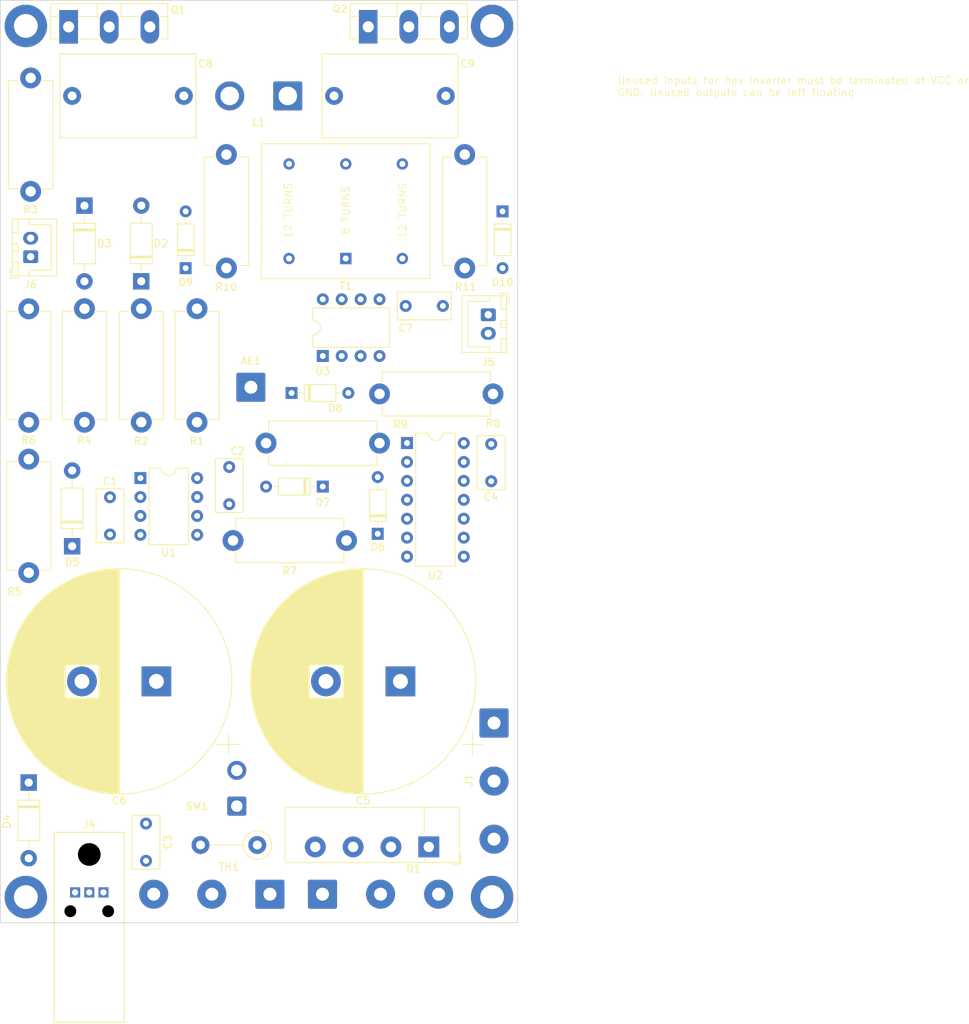
<source format=kicad_pcb>
(kicad_pcb (version 20240108) (generator "pcbnew") (generator_version "8.0")
  (layers (0 "F.Cu" signal) (31 "B.Cu" signal) (34 "B.Paste" user) (35 "F.Paste" user) (36 "B.SilkS" user "B.Silkscreen") (37 "F.SilkS" user "F.Silkscreen") (38 "B.Mask" user) (39 "F.Mask" user) (44 "Edge.Cuts" user))
  (net 0 "")
  (net 1 "Net-(AE1-A)")
  (net 2 "GND")
  (net 3 "Net-(U1-TR)")
  (net 4 "+5V")
  (net 5 "/HV+")
  (net 6 "Net-(SW1-B)")
  (net 7 "/HV-")
  (net 8 "Net-(U3-OUTB)")
  (net 9 "Net-(T1-AB)")
  (net 10 "Net-(C8-Pad2)")
  (net 11 "Net-(D1-Pad3)")
  (net 12 "Net-(J1-Pin_1)")
  (net 13 "Net-(D2-A)")
  (net 14 "Net-(D2-K)")
  (net 15 "Net-(D3-A)")
  (net 16 "Net-(D3-K)")
  (net 17 "Net-(D4-A)")
  (net 18 "Net-(D4-K)")
  (net 19 "Net-(D5-A)")
  (net 20 "Net-(D6-K)")
  (net 21 "Net-(D6-A)")
  (net 22 "Net-(D9-A)")
  (net 23 "Net-(D9-K)")
  (net 24 "Net-(J1-Pin_3)")
  (net 25 "+12V")
  (net 26 "Net-(Q1-E)")
  (net 27 "Net-(U1-THR)")
  (net 28 "Net-(U3-ENBA)")
  (net 29 "Net-(T1-AA)")
  (net 31 "Net-(D10-A)")
  (net 32 "Net-(D10-K)")
  (net 33 "Net-(R8-Pad1)")
  (net 34 "Net-(R8-Pad2)")
  (footprint "Connector_Wire:SolderWire-0.75sqmm_1x02_P4.8mm_D1.25mm_OD2.3mm" (layer "F.Cu") (at 131.318 139.052 90)
    (property "Reference" "SW1" (at -0.023 -5.344 0) (layer "F.SilkS"))
    (property "Value" "SW_SPST" (hide yes))
    (pad "1" thru_hole roundrect (at 0 0 90) (size 2.55 2.55) (drill 1.55) (layers "*.Cu" "*.Mask") (roundrect_rratio 0.098039) (net 12 "Net-(J1-Pin_1)"))
    (pad "2" thru_hole circle (at 4.8 0 90) (size 2.55 2.55) (drill 1.55) (layers "*.Cu" "*.Mask") (net 6 "Net-(SW1-B)"))
  )
  (footprint "Capacitor_THT:C_Rect_L7.0mm_W3.5mm_P5.00mm" (layer "F.Cu") (at 119.126 146.391 90)
    (property "Reference" "C3" (at 2.5 2.921 90) (layer "F.SilkS"))
    (property "Value" "100nF" (hide yes))
    (pad "1" thru_hole circle (at 0 0 90) (size 1.6 1.6) (drill 0.8) (layers "*.Cu" "*.Mask") (net 4 "+5V"))
    (pad "2" thru_hole circle (at 5 0 90) (size 1.6 1.6) (drill 0.8) (layers "*.Cu" "*.Mask") (net 2 "GND"))
  )
  (footprint "Connector_JST:JST_XH_B2B-XH-A_1x02_P2.50mm_Vertical" (layer "F.Cu") (at 103.632 65.288 90)
    (property "Reference" "J6" (at -3.713 -0.01 0) (layer "F.SilkS"))
    (property "Value" "Conn_01x02" (hide yes))
    (pad "1" thru_hole roundrect (at 0 0 90) (size 1.7 2) (drill 1) (layers "*.Cu" "*.Mask") (roundrect_rratio 0.147059) (net 25 "+12V"))
    (pad "2" thru_hole oval (at 2.5 0 90) (size 1.7 2) (drill 1) (layers "*.Cu" "*.Mask") (net 2 "GND"))
  )
  (footprint "Package_DIP:DIP-14_W7.62mm" (layer "F.Cu") (at 154.178 90.302)
    (property "Reference" "U2" (at 3.81 17.78 0) (layer "F.SilkS"))
    (property "Value" "CD74HCT14E" (hide yes))
    (pad "1" thru_hole rect (at 0 0) (size 1.6 1.6) (drill 0.8) (layers "*.Cu" "*.Mask") (net 34 "Net-(R8-Pad2)"))
    (pad "2" thru_hole oval (at 0 2.54) (size 1.6 1.6) (drill 0.8) (layers "*.Cu" "*.Mask") (net 33 "Net-(R8-Pad1)"))
    (pad "3" thru_hole oval (at 0 5.08) (size 1.6 1.6) (drill 0.8) (layers "*.Cu" "*.Mask") (net 33 "Net-(R8-Pad1)"))
    (pad "4" thru_hole oval (at 0 7.62) (size 1.6 1.6) (drill 0.8) (layers "*.Cu" "*.Mask") (net 21 "Net-(D6-A)"))
    (pad "5" thru_hole oval (at 0 10.16) (size 1.6 1.6) (drill 0.8) (layers "*.Cu" "*.Mask"))
    (pad "6" thru_hole oval (at 0 12.7) (size 1.6 1.6) (drill 0.8) (layers "*.Cu" "*.Mask"))
    (pad "7" thru_hole oval (at 0 15.24) (size 1.6 1.6) (drill 0.8) (layers "*.Cu" "*.Mask") (net 2 "GND"))
    (pad "8" thru_hole oval (at 7.62 15.24) (size 1.6 1.6) (drill 0.8) (layers "*.Cu" "*.Mask"))
    (pad "9" thru_hole oval (at 7.62 12.7) (size 1.6 1.6) (drill 0.8) (layers "*.Cu" "*.Mask"))
    (pad "10" thru_hole oval (at 7.62 10.16) (size 1.6 1.6) (drill 0.8) (layers "*.Cu" "*.Mask"))
    (pad "11" thru_hole oval (at 7.62 7.62) (size 1.6 1.6) (drill 0.8) (layers "*.Cu" "*.Mask"))
    (pad "12" thru_hole oval (at 7.62 5.08) (size 1.6 1.6) (drill 0.8) (layers "*.Cu" "*.Mask"))
    (pad "13" thru_hole oval (at 7.62 2.54) (size 1.6 1.6) (drill 0.8) (layers "*.Cu" "*.Mask"))
    (pad "14" thru_hole oval (at 7.62 0) (size 1.6 1.6) (drill 0.8) (layers "*.Cu" "*.Mask") (net 4 "+5V"))
  )
  (footprint "Connector_Wire:SolderWire-1sqmm_1x03_P7.8mm_D1.4mm_OD3.9mm" (layer "F.Cu") (at 135.763 150.876 180)
    (property "Reference" "J2" (hide yes))
    (property "Value" "Conn_01x03" (hide yes))
    (pad "1" thru_hole roundrect (at 0 0 180) (size 3.9 3.9) (drill 1.75) (layers "*.Cu" "*.Mask") (roundrect_rratio 0.064103) (net 12 "Net-(J1-Pin_1)"))
    (pad "2" thru_hole circle (at 7.8 0 180) (size 3.9 3.9) (drill 1.75) (layers "*.Cu" "*.Mask") (net 2 "GND"))
    (pad "3" thru_hole circle (at 15.6 0 180) (size 3.9 3.9) (drill 1.75) (layers "*.Cu" "*.Mask") (net 24 "Net-(J1-Pin_3)"))
  )
  (footprint "Resistor_THT:R_Axial_DIN0614_L14.3mm_D5.7mm_P15.24mm_Horizontal" (layer "F.Cu") (at 165.725 83.703 180)
    (property "Reference" "R8" (at 0 -3.937 0) (layer "F.SilkS"))
    (property "Value" "1M" (hide yes))
    (pad "1" thru_hole circle (at 0 0 180) (size 2.8 2.8) (drill 1.4) (layers "*.Cu" "*.Mask") (net 33 "Net-(R8-Pad1)"))
    (pad "2" thru_hole oval (at 15.24 0 180) (size 2.8 2.8) (drill 1.4) (layers "*.Cu" "*.Mask") (net 34 "Net-(R8-Pad2)"))
  )
  (footprint "Connector_JST:JST_XH_B2B-XH-A_1x02_P2.50mm_Vertical" (layer "F.Cu") (at 165.09 73.075 -90)
    (property "Reference" "J5" (at 6.35 0 0) (layer "F.SilkS"))
    (property "Value" "Conn_01x02" (hide yes))
    (pad "1" thru_hole roundrect (at 0 0 270) (size 1.7 2) (drill 1) (layers "*.Cu" "*.Mask") (roundrect_rratio 0.147059) (net 25 "+12V"))
    (pad "2" thru_hole oval (at 2.5 0 270) (size 1.7 2) (drill 1) (layers "*.Cu" "*.Mask") (net 2 "GND"))
  )
  (footprint "Package_DIP:DIP-8_W7.62mm" (layer "F.Cu") (at 118.374 95.006)
    (property "Reference" "U1" (at 3.81 10.023 0) (layer "F.SilkS"))
    (property "Value" "NE555P" (hide yes))
    (pad "1" thru_hole rect (at 0 0) (size 1.6 1.6) (drill 0.8) (layers "*.Cu" "*.Mask") (net 2 "GND"))
    (pad "2" thru_hole oval (at 0 2.54) (size 1.6 1.6) (drill 0.8) (layers "*.Cu" "*.Mask") (net 3 "Net-(U1-TR)"))
    (pad "3" thru_hole oval (at 0 5.08) (size 1.6 1.6) (drill 0.8) (layers "*.Cu" "*.Mask") (net 19 "Net-(D5-A)"))
    (pad "4" thru_hole oval (at 0 7.62) (size 1.6 1.6) (drill 0.8) (layers "*.Cu" "*.Mask") (net 25 "+12V"))
    (pad "5" thru_hole oval (at 7.62 7.62) (size 1.6 1.6) (drill 0.8) (layers "*.Cu" "*.Mask"))
    (pad "6" thru_hole oval (at 7.62 5.08) (size 1.6 1.6) (drill 0.8) (layers "*.Cu" "*.Mask") (net 27 "Net-(U1-THR)"))
    (pad "7" thru_hole oval (at 7.62 2.54) (size 1.6 1.6) (drill 0.8) (layers "*.Cu" "*.Mask") (net 2 "GND"))
    (pad "8" thru_hole oval (at 7.62 0) (size 1.6 1.6) (drill 0.8) (layers "*.Cu" "*.Mask") (net 25 "+12V"))
  )
  (footprint "Resistor_THT:R_Axial_DIN0614_L14.3mm_D5.7mm_P15.24mm_Horizontal" (layer "F.Cu") (at 150.485 90.307 180)
    (property "Reference" "R9" (at -2.794 2.54 0) (layer "F.SilkS"))
    (property "Value" "1k" (hide yes))
    (pad "1" thru_hole circle (at 0 0 180) (size 2.8 2.8) (drill 1.4) (layers "*.Cu" "*.Mask") (net 34 "Net-(R8-Pad2)"))
    (pad "2" thru_hole oval (at 15.24 0 180) (size 2.8 2.8) (drill 1.4) (layers "*.Cu" "*.Mask") (net 1 "Net-(AE1-A)"))
  )
  (footprint "Resistor_THT:R_Axial_DIN0614_L14.3mm_D5.7mm_P15.24mm_Horizontal" (layer "F.Cu") (at 103.378 107.706 90)
    (property "Reference" "R5" (at -2.54 -1.905 0) (layer "F.SilkS"))
    (property "Value" "5k" (hide yes))
    (pad "1" thru_hole circle (at 0 0 90) (size 2.8 2.8) (drill 1.4) (layers "*.Cu" "*.Mask") (net 18 "Net-(D4-K)"))
    (pad "2" thru_hole oval (at 15.24 0 90) (size 2.8 2.8) (drill 1.4) (layers "*.Cu" "*.Mask") (net 28 "Net-(U3-ENBA)"))
  )
  (footprint "Connector_Wire:SolderWire-1sqmm_1x03_P7.8mm_D1.4mm_OD3.9mm" (layer "F.Cu") (at 142.822 150.876)
    (property "Reference" "J3" (hide yes))
    (property "Value" "Conn_01x03" (hide yes))
    (pad "1" thru_hole roundrect (at 0 0) (size 3.9 3.9) (drill 1.75) (layers "*.Cu" "*.Mask") (roundrect_rratio 0.064103) (net 4 "+5V"))
    (pad "2" thru_hole circle (at 7.8 0) (size 3.9 3.9) (drill 1.75) (layers "*.Cu" "*.Mask") (net 2 "GND"))
    (pad "3" thru_hole circle (at 15.6 0) (size 3.9 3.9) (drill 1.75) (layers "*.Cu" "*.Mask") (net 25 "+12V"))
  )
  (footprint "MountingHole:MountingHole_3.2mm_M3_ISO7380_Pad_TopBottom" (layer "F.Cu") (at 165.608 34.29 180)
    (property "Reference" "H3" (hide yes))
    (property "Value" "MountingHole" (hide yes))
    (pad "1" thru_hole circle (at 0 0 180) (size 3.6 3.6) (drill 3.2) (layers "*.Cu" "*.Mask"))
    (pad "1" connect circle (at 0 0 180) (size 5.7 5.7) (layers "F.Cu" "F.Mask"))
    (pad "1" connect circle (at 0 0 180) (size 5.7 5.7) (layers "B.Cu" "B.Mask"))
  )
  (footprint "Resistor_THT:R_Axial_DIN0614_L14.3mm_D5.7mm_P15.24mm_Horizontal" (layer "F.Cu") (at 130.81 103.388)
    (property "Reference" "R7" (at 7.62 4.064 0) (layer "F.SilkS"))
    (property "Value" "150" (hide yes))
    (pad "1" thru_hole circle (at 0 0) (size 2.8 2.8) (drill 1.4) (layers "*.Cu" "*.Mask") (net 2 "GND"))
    (pad "2" thru_hole oval (at 15.24 0) (size 2.8 2.8) (drill 1.4) (layers "*.Cu" "*.Mask") (net 20 "Net-(D6-K)"))
  )
  (footprint "MountingHole:MountingHole_3.2mm_M3_ISO7380_Pad_TopBottom" (layer "F.Cu") (at 165.598 151.267 180)
    (property "Reference" "H1" (hide yes))
    (property "Value" "MountingHole" (hide yes))
    (pad "1" thru_hole circle (at 0 0 180) (size 3.6 3.6) (drill 3.2) (layers "*.Cu" "*.Mask"))
    (pad "1" connect circle (at 0 0 180) (size 5.7 5.7) (layers "F.Cu" "F.Mask"))
    (pad "1" connect circle (at 0 0 180) (size 5.7 5.7) (layers "B.Cu" "B.Mask"))
  )
  (footprint "Capacitor_THT:C_Rect_L7.0mm_W3.5mm_P5.00mm" (layer "F.Cu") (at 114.29 97.576 -90)
    (property "Reference" "C1" (at -2.159 0 0) (layer "F.SilkS"))
    (property "Value" "0.33uF" (hide yes))
    (pad "1" thru_hole circle (at 0 0 270) (size 1.6 1.6) (drill 0.8) (layers "*.Cu" "*.Mask") (net 3 "Net-(U1-TR)"))
    (pad "2" thru_hole circle (at 5 0 270) (size 1.6 1.6) (drill 0.8) (layers "*.Cu" "*.Mask") (net 2 "GND"))
  )
  (footprint "MountingHole:MountingHole_3.2mm_M3_ISO7380_Pad_TopBottom" (layer "F.Cu") (at 102.987 151.267 180)
    (property "Reference" "H2" (hide yes))
    (property "Value" "MountingHole" (hide yes))
    (pad "1" thru_hole circle (at 0 0 180) (size 3.6 3.6) (drill 3.2) (layers "*.Cu" "*.Mask"))
    (pad "1" connect circle (at 0 0 180) (size 5.7 5.7) (layers "F.Cu" "F.Mask"))
    (pad "1" connect circle (at 0 0 180) (size 5.7 5.7) (layers "B.Cu" "B.Mask"))
  )
  (footprint "Package_DIP:DIP-8_W7.62mm" (layer "F.Cu") (at 142.865 78.613 90)
    (property "Reference" "U3" (at -2.042 -0.01 0) (layer "F.SilkS"))
    (property "Value" "UCC27425" (hide yes))
    (pad "1" thru_hole rect (at 0 0 90) (size 1.6 1.6) (drill 0.8) (layers "*.Cu" "*.Mask") (net 28 "Net-(U3-ENBA)"))
    (pad "2" thru_hole oval (at 0 2.54 90) (size 1.6 1.6) (drill 0.8) (layers "*.Cu" "*.Mask") (net 21 "Net-(D6-A)"))
    (pad "3" thru_hole oval (at 0 5.08 90) (size 1.6 1.6) (drill 0.8) (layers "*.Cu" "*.Mask") (net 2 "GND"))
    (pad "4" thru_hole oval (at 0 7.62 90) (size 1.6 1.6) (drill 0.8) (layers "*.Cu" "*.Mask") (net 21 "Net-(D6-A)"))
    (pad "5" thru_hole oval (at 7.62 7.62 90) (size 1.6 1.6) (drill 0.8) (layers "*.Cu" "*.Mask") (net 8 "Net-(U3-OUTB)"))
    (pad "6" thru_hole oval (at 7.62 5.08 90) (size 1.6 1.6) (drill 0.8) (layers "*.Cu" "*.Mask") (net 25 "+12V"))
    (pad "7" thru_hole oval (at 7.62 2.54 90) (size 1.6 1.6) (drill 0.8) (layers "*.Cu" "*.Mask") (net 29 "Net-(T1-AA)"))
    (pad "8" thru_hole oval (at 7.62 0 90) (size 1.6 1.6) (drill 0.8) (layers "*.Cu" "*.Mask") (net 28 "Net-(U3-ENBA)"))
  )
  (footprint "Diode_THT:D_DO-35_SOD27_P7.62mm_Horizontal" (layer "F.Cu") (at 150.241 102.489 90)
    (property "Reference" "D6" (at -1.788 -0.01 0) (layer "F.SilkS"))
    (property "Value" "LED" (hide yes))
    (pad "1" thru_hole rect (at 0 0 90) (size 1.6 1.6) (drill 0.8) (layers "*.Cu" "*.Mask") (net 20 "Net-(D6-K)"))
    (pad "2" thru_hole oval (at 7.62 0 90) (size 1.6 1.6) (drill 0.8) (layers "*.Cu" "*.Mask") (net 21 "Net-(D6-A)"))
  )
  (footprint "MountingHole:MountingHole_3.2mm_M3_ISO7380_Pad_TopBottom" (layer "F.Cu") (at 102.987 34.29 180)
    (property "Reference" "H4" (hide yes))
    (property "Value" "MountingHole" (hide yes))
    (pad "1" thru_hole circle (at 0 0 180) (size 3.6 3.6) (drill 3.2) (layers "*.Cu" "*.Mask"))
    (pad "1" connect circle (at 0 0 180) (size 5.7 5.7) (layers "F.Cu" "F.Mask"))
    (pad "1" connect circle (at 0 0 180) (size 5.7 5.7) (layers "B.Cu" "B.Mask"))
  )
  (footprint "Diode_THT:D_DO-35_SOD27_P7.62mm_Horizontal" (layer "F.Cu") (at 124.45 66.812 90)
    (property "Reference" "D9" (at -1.905 0 0) (layer "F.SilkS"))
    (property "Value" "1N4148" (hide yes))
    (pad "1" thru_hole rect (at 0 0 90) (size 1.6 1.6) (drill 0.8) (layers "*.Cu" "*.Mask") (net 23 "Net-(D9-K)"))
    (pad "2" thru_hole oval (at 7.62 0 90) (size 1.6 1.6) (drill 0.8) (layers "*.Cu" "*.Mask") (net 22 "Net-(D9-A)"))
  )
  (footprint "Resistor_THT:R_Axial_DIN0614_L14.3mm_D5.7mm_P15.24mm_Horizontal" (layer "F.Cu") (at 103.632 41.275 -90)
    (property "Reference" "R3" (at 17.663 0.01 0) (layer "F.SilkS"))
    (property "Value" "50k" (hide yes))
    (pad "1" thru_hole circle (at 0 0 270) (size 2.8 2.8) (drill 1.4) (layers "*.Cu" "*.Mask") (net 13 "Net-(D2-A)"))
    (pad "2" thru_hole oval (at 15.24 0 270) (size 2.8 2.8) (drill 1.4) (layers "*.Cu" "*.Mask") (net 16 "Net-(D3-K)"))
  )
  (footprint "Diode_THT:D_DO-35_SOD27_P7.62mm_Horizontal" (layer "F.Cu") (at 167.005 59.192 -90)
    (property "Reference" "D10" (at 9.525 0 0) (layer "F.SilkS"))
    (property "Value" "1N4148" (hide yes))
    (pad "1" thru_hole rect (at 0 0 270) (size 1.6 1.6) (drill 0.8) (layers "*.Cu" "*.Mask") (net 32 "Net-(D10-K)"))
    (pad "2" thru_hole oval (at 7.62 0 270) (size 1.6 1.6) (drill 0.8) (layers "*.Cu" "*.Mask") (net 31 "Net-(D10-A)"))
  )
  (footprint "Capacitor_THT:CP_Radial_D30.0mm_P10.00mm_SnapIn" (layer "F.Cu") (at 153.289 122.301 180)
    (property "Reference" "C5" (at 5 -16.002 0) (layer "F.SilkS"))
    (property "Value" "1000uF" (hide yes))
    (pad "1" thru_hole rect (at 0 0 180) (size 4 4) (drill 2) (layers "*.Cu" "*.Mask") (net 5 "/HV+"))
    (pad "2" thru_hole circle (at 10 0 180) (size 4 4) (drill 2) (layers "*.Cu" "*.Mask") (net 6 "Net-(SW1-B)"))
  )
  (footprint "Resistor_THT:R_Axial_DIN0614_L14.3mm_D5.7mm_P15.24mm_Horizontal" (layer "F.Cu") (at 118.491 87.493 90)
    (property "Reference" "R2" (at -2.55 -0.01 0) (layer "F.SilkS"))
    (property "Value" "2M" (hide yes))
    (pad "1" thru_hole circle (at 0 0 90) (size 2.8 2.8) (drill 1.4) (layers "*.Cu" "*.Mask") (net 19 "Net-(D5-A)"))
    (pad "2" thru_hole oval (at 15.24 0 90) (size 2.8 2.8) (drill 1.4) (layers "*.Cu" "*.Mask") (net 14 "Net-(D2-K)"))
  )
  (footprint "Capacitor_THT:C_Rect_L18.0mm_W11.0mm_P15.00mm_FKS3_FKP3" (layer "F.Cu") (at 109.206 43.688)
    (property "Reference" "C8" (at 17.911 -4.318 0) (layer "F.SilkS"))
    (property "Value" "820nF" (hide yes))
    (pad "1" thru_hole circle (at 0 0) (size 2.4 2.4) (drill 1.2) (layers "*.Cu" "*.Mask") (net 5 "/HV+"))
    (pad "2" thru_hole circle (at 15 0) (size 2.4 2.4) (drill 1.2) (layers "*.Cu" "*.Mask") (net 10 "Net-(C8-Pad2)"))
  )
  (footprint "Resistor_THT:R_Axial_DIN0614_L14.3mm_D5.7mm_P15.24mm_Horizontal" (layer "F.Cu") (at 110.861 87.503 90)
    (property "Reference" "R4" (at -2.423 0 0) (layer "F.SilkS"))
    (property "Value" "50k" (hide yes))
    (pad "1" thru_hole circle (at 0 0 90) (size 2.8 2.8) (drill 1.4) (layers "*.Cu" "*.Mask") (net 19 "Net-(D5-A)"))
    (pad "2" thru_hole oval (at 15.24 0 90) (size 2.8 2.8) (drill 1.4) (layers "*.Cu" "*.Mask") (net 15 "Net-(D3-A)"))
  )
  (footprint "Connector_Wire:SolderWire-1sqmm_1x01_D1.4mm_OD3.9mm" (layer "F.Cu") (at 133.213 82.814 90)
    (property "Reference" "AE1" (at 3.556 0 0) (layer "F.SilkS"))
    (property "Value" "Antenna" (hide yes))
    (pad "1" thru_hole roundrect (at 0 0 90) (size 3.9 3.9) (drill 1.75) (layers "*.Cu" "*.Mask") (roundrect_rratio 0.064103) (net 1 "Net-(AE1-A)"))
  )
  (footprint "Diode_THT:D_DO-41_SOD81_P10.16mm_Horizontal" (layer "F.Cu") (at 118.491 68.58 90)
    (property "Reference" "D2" (at 5.08 2.657 0) (layer "F.SilkS"))
    (property "Value" "1N4007" (hide yes))
    (pad "1" thru_hole rect (at 0 0 90) (size 2.2 2.2) (drill 1.1) (layers "*.Cu" "*.Mask") (net 14 "Net-(D2-K)"))
    (pad "2" thru_hole oval (at 10.16 0 90) (size 2.2 2.2) (drill 1.1) (layers "*.Cu" "*.Mask") (net 13 "Net-(D2-A)"))
  )
  (footprint "Package_TO_SOT_THT:TO-3P-3_Vertical" (layer "F.Cu") (at 148.971 34.411)
    (property "Reference" "Q2" (at -3.81 -2.413 0) (layer "F.SilkS"))
    (property "Value" "FGA60N65SMD" (hide yes))
    (pad "1" thru_hole rect (at 0 0) (size 2.5 4.5) (drill 1.5) (layers "*.Cu" "*.Mask") (net 31 "Net-(D10-A)"))
    (pad "2" thru_hole oval (at 5.45 0) (size 2.5 4.5) (drill 1.5) (layers "*.Cu" "*.Mask") (net 26 "Net-(Q1-E)"))
    (pad "3" thru_hole oval (at 10.9 0) (size 2.5 4.5) (drill 1.5) (layers "*.Cu" "*.Mask") (net 7 "/HV-"))
  )
  (footprint "Diode_THT:D_DO-41_SOD81_P10.16mm_Horizontal" (layer "F.Cu") (at 109.21 104.15 90)
    (property "Reference" "D5" (at -2.149 0.01 0) (layer "F.SilkS"))
    (property "Value" "1N5819" (hide yes))
    (pad "1" thru_hole rect (at 0 0 90) (size 2.2 2.2) (drill 1.1) (layers "*.Cu" "*.Mask") (net 18 "Net-(D4-K)"))
    (pad "2" thru_hole oval (at 10.16 0 90) (size 2.2 2.2) (drill 1.1) (layers "*.Cu" "*.Mask") (net 19 "Net-(D5-A)"))
  )
  (footprint "Diode_THT:D_DO-41_SOD81_P10.16mm_Horizontal" (layer "F.Cu") (at 103.378 135.89 -90)
    (property "Reference" "D4" (at 5.217 2.931 90) (layer "F.SilkS"))
    (property "Value" "1N5819" (hide yes))
    (pad "1" thru_hole rect (at 0 0 270) (size 2.2 2.2) (drill 1.1) (layers "*.Cu" "*.Mask") (net 18 "Net-(D4-K)"))
    (pad "2" thru_hole oval (at 10.16 0 270) (size 2.2 2.2) (drill 1.1) (layers "*.Cu" "*.Mask") (net 17 "Net-(D4-A)"))
  )
  (footprint "Diode_THT:Diode_Bridge_Vishay_KBU" (layer "F.Cu") (at 157.099 144.526 180)
    (property "Reference" "D1" (at 2.042 -2.931 0) (layer "F.SilkS"))
    (property "Value" "KBU1010" (hide yes))
    (pad "1" thru_hole rect (at 0 0 180) (size 2.8 2.8) (drill 1.4) (layers "*.Cu" "*.Mask") (net 5 "/HV+"))
    (pad "2" thru_hole circle (at 5.08 0 180) (size 2.8 2.8) (drill 1.4) (layers "*.Cu" "*.Mask") (net 12 "Net-(J1-Pin_1)"))
    (pad "3" thru_hole circle (at 10.16 0 180) (size 2.8 2.8) (drill 1.4) (layers "*.Cu" "*.Mask") (net 11 "Net-(D1-Pad3)"))
    (pad "4" thru_hole circle (at 15.24 0 180) (size 2.8 2.8) (drill 1.4) (layers "*.Cu" "*.Mask") (net 7 "/HV-"))
  )
  (footprint "Resistor_THT:R_Axial_DIN0614_L14.3mm_D5.7mm_P15.24mm_Horizontal" (layer "F.Cu") (at 161.925 51.562 -90)
    (property "Reference" "R11" (at 17.78 -0.127 0) (layer "F.SilkS"))
    (property "Value" "6.8" (hide yes))
    (pad "1" thru_hole circle (at 0 0 270) (size 2.8 2.8) (drill 1.4) (layers "*.Cu" "*.Mask") (net 32 "Net-(D10-K)"))
    (pad "2" thru_hole oval (at 15.24 0 270) (size 2.8 2.8) (drill 1.4) (layers "*.Cu" "*.Mask") (net 31 "Net-(D10-A)"))
  )
  (footprint "Transformer_THT:Transformer_NF_ETAL_P3324" (layer "F.Cu") (at 145.951 65.522 -90)
    (property "Reference" "T1" (at 3.683 0.018 0) (layer "F.SilkS"))
    (property "Value" "Transformer_1P_2S" (hide yes))
    (pad "1" thru_hole rect (at 0 0 270) (size 1.52 1.52) (drill 0.81) (layers "*.Cu" "*.Mask") (net 29 "Net-(T1-AA)"))
    (pad "2" thru_hole circle (at -12.7 0 270) (size 1.52 1.52) (drill 0.81) (layers "*.Cu" "*.Mask") (net 9 "Net-(T1-AB)"))
    (pad "3" thru_hole circle (at 0 7.62 270) (size 1.52 1.52) (drill 0.81) (layers "*.Cu" "*.Mask") (net 23 "Net-(D9-K)"))
    (pad "4" thru_hole circle (at -12.7 7.62 270) (size 1.52 1.52) (drill 0.81) (layers "*.Cu" "*.Mask") (net 26 "Net-(Q1-E)"))
    (pad "5" thru_hole circle (at 0 -7.6 270) (size 1.52 1.52) (drill 0.81) (layers "*.Cu" "*.Mask") (net 32 "Net-(D10-K)"))
    (pad "6" thru_hole circle (at -12.7 -7.6 270) (size 1.52 1.52) (drill 0.81) (layers "*.Cu" "*.Mask") (net 7 "/HV-"))
  )
  (footprint "Resistor_THT:R_Axial_DIN0614_L14.3mm_D5.7mm_P15.24mm_Horizontal" (layer "F.Cu") (at 129.921 66.802 90)
    (property "Reference" "R10" (at -2.54 -0.01 0) (layer "F.SilkS"))
    (property "Value" "6.8" (hide yes))
    (pad "1" thru_hole circle (at 0 0 90) (size 2.8 2.8) (drill 1.4) (layers "*.Cu" "*.Mask") (net 23 "Net-(D9-K)"))
    (pad "2" thru_hole oval (at 15.24 0 90) (size 2.8 2.8) (drill 1.4) (layers "*.Cu" "*.Mask") (net 22 "Net-(D9-A)"))
  )
  (footprint "Diode_THT:D_DO-35_SOD27_P7.62mm_Horizontal" (layer "F.Cu") (at 142.865 96.149 180)
    (property "Reference" "D7" (at 0 -2.12 0) (layer "F.SilkS"))
    (property "Value" "1N4148" (hide yes))
    (pad "1" thru_hole rect (at 0 0 180) (size 1.6 1.6) (drill 0.8) (layers "*.Cu" "*.Mask") (net 4 "+5V"))
    (pad "2" thru_hole oval (at 7.62 0 180) (size 1.6 1.6) (drill 0.8) (layers "*.Cu" "*.Mask") (net 1 "Net-(AE1-A)"))
  )
  (footprint "Diode_THT:D_DO-35_SOD27_P7.62mm_Horizontal" (layer "F.Cu") (at 138.674 83.576)
    (property "Reference" "D8" (at 5.842 2.032 0) (layer "F.SilkS"))
    (property "Value" "1N4148" (hide yes))
    (pad "1" thru_hole rect (at 0 0) (size 1.6 1.6) (drill 0.8) (layers "*.Cu" "*.Mask") (net 1 "Net-(AE1-A)"))
    (pad "2" thru_hole oval (at 7.62 0) (size 1.6 1.6) (drill 0.8) (layers "*.Cu" "*.Mask") (net 2 "GND"))
  )
  (footprint "Capacitor_THT:C_Rect_L18.0mm_W11.0mm_P15.00mm_FKS3_FKP3" (layer "F.Cu") (at 144.385 43.688)
    (property "Reference" "C9" (at 17.921 -4.318 0) (layer "F.SilkS"))
    (property "Value" "820nF" (hide yes))
    (pad "1" thru_hole circle (at 0 0) (size 2.4 2.4) (drill 1.2) (layers "*.Cu" "*.Mask") (net 10 "Net-(C8-Pad2)"))
    (pad "2" thru_hole circle (at 15 0) (size 2.4 2.4) (drill 1.2) (layers "*.Cu" "*.Mask") (net 7 "/HV-"))
  )
  (footprint "Capacitor_THT:CP_Radial_D30.0mm_P10.00mm_SnapIn" (layer "F.Cu") (at 120.523 122.301 180)
    (property "Reference" "C6" (at 5 -16.002 0) (layer "F.SilkS"))
    (property "Value" "1000uF" (hide yes))
    (pad "1" thru_hole rect (at 0 0 180) (size 4 4) (drill 2) (layers "*.Cu" "*.Mask") (net 6 "Net-(SW1-B)"))
    (pad "2" thru_hole circle (at 10 0 180) (size 4 4) (drill 2) (layers "*.Cu" "*.Mask") (net 7 "/HV-"))
  )
  (footprint "Resistor_THT:R_Axial_DIN0411_L9.9mm_D3.6mm_P7.62mm_Vertical" (layer "F.Cu") (at 134.066 144.272 180)
    (property "Reference" "TH1" (at 3.81 -2.92 0) (layer "F.SilkS"))
    (property "Value" "Thermistor" (hide yes))
    (pad "1" thru_hole circle (at 0 0 180) (size 2.4 2.4) (drill 1.2) (layers "*.Cu" "*.Mask") (net 11 "Net-(D1-Pad3)"))
    (pad "2" thru_hole oval (at 7.62 0 180) (size 2.4 2.4) (drill 1.2) (layers "*.Cu" "*.Mask") (net 24 "Net-(J1-Pin_3)"))
  )
  (footprint "Capacitor_THT:C_Rect_L7.0mm_W3.5mm_P5.00mm" (layer "F.Cu") (at 165.481 90.429 -90)
    (property "Reference" "C4" (at 7.117 0.01 0) (layer "F.SilkS"))
    (property "Value" "100nF" (hide yes))
    (pad "1" thru_hole circle (at 0 0 270) (size 1.6 1.6) (drill 0.8) (layers "*.Cu" "*.Mask") (net 4 "+5V"))
    (pad "2" thru_hole circle (at 5 0 270) (size 1.6 1.6) (drill 0.8) (layers "*.Cu" "*.Mask") (net 2 "GND"))
  )
  (footprint "Resistor_THT:R_Axial_DIN0614_L14.3mm_D5.7mm_P15.24mm_Horizontal" (layer "F.Cu") (at 125.974 87.503 90)
    (property "Reference" "R1" (at -2.54 0 0) (layer "F.SilkS"))
    (property "Value" "2.2k" (hide yes))
    (pad "1" thru_hole circle (at 0 0 90) (size 2.8 2.8) (drill 1.4) (layers "*.Cu" "*.Mask") (net 27 "Net-(U1-THR)"))
    (pad "2" thru_hole oval (at 15.24 0 90) (size 2.8 2.8) (drill 1.4) (layers "*.Cu" "*.Mask") (net 13 "Net-(D2-A)"))
  )
  (footprint "Resistor_THT:R_Axial_DIN0614_L14.3mm_D5.7mm_P15.24mm_Horizontal" (layer "F.Cu") (at 103.378 72.273 -90)
    (property "Reference" "R6" (at 17.653 0.01 0) (layer "F.SilkS"))
    (property "Value" "1k" (hide yes))
    (pad "1" thru_hole circle (at 0 0 270) (size 2.8 2.8) (drill 1.4) (layers "*.Cu" "*.Mask") (net 2 "GND"))
    (pad "2" thru_hole oval (at 15.24 0 270) (size 2.8 2.8) (drill 1.4) (layers "*.Cu" "*.Mask") (net 28 "Net-(U3-ENBA)"))
  )
  (footprint "IF-D95T:IF-D95T_IFB" (layer "F.Cu") (at 111.506 150.6347)
    (property "Reference" "J4" (at -0.01 -9.1467 0) (layer "F.SilkS"))
    (property "Value" "IF-D95T" (hide yes))
    (pad "" np_thru_hole circle (at -2.54 2.5273) (size 1.6 1.6) (drill 1.6) (layers "*.Mask"))
    (pad "" np_thru_hole circle (at 0 -5.0927) (size 3.05 3.05) (drill 3.05) (layers "*.Mask"))
    (pad "" np_thru_hole circle (at 2.54 2.5273) (size 1.6 1.6) (drill 1.6) (layers "*.Mask"))
    (pad "1" thru_hole rect (at -1.905 0) (size 1.3462 1.3462) (drill 0.8382) (layers "*.Cu" "*.Mask") (net 2 "GND"))
    (pad "2" thru_hole rect (at 0 0) (size 1.3462 1.3462) (drill 0.8382) (layers "*.Cu" "*.Mask") (net 17 "Net-(D4-A)"))
    (pad "3" thru_hole rect (at 1.905 0) (size 1.3462 1.3462) (drill 0.8382) (layers "*.Cu" "*.Mask") (net 4 "+5V"))
  )
  (footprint "Capacitor_THT:C_Rect_L7.0mm_W3.5mm_P5.00mm" (layer "F.Cu") (at 130.302 93.512 -90)
    (property "Reference" "C2" (at -2.149 -1.133 0) (layer "F.SilkS"))
    (property "Value" "100nF" (hide yes))
    (pad "1" thru_hole circle (at 0 0 270) (size 1.6 1.6) (drill 0.8) (layers "*.Cu" "*.Mask") (net 25 "+12V"))
    (pad "2" thru_hole circle (at 5 0 270) (size 1.6 1.6) (drill 0.8) (layers "*.Cu" "*.Mask") (net 2 "GND"))
  )
  (footprint "Connector_Wire:SolderWire-1sqmm_1x03_P7.8mm_D1.4mm_OD3.9mm" (layer "F.Cu") (at 165.862 127.889 -90)
    (property "Reference" "J1" (at 7.673 3.429 90) (layer "F.SilkS"))
    (property "Value" "Conn_01x03" (hide yes))
    (pad "1" thru_hole roundrect (at 0 0 270) (size 3.9 3.9) (drill 1.75) (layers "*.Cu" "*.Mask") (roundrect_rratio 0.064103) (net 12 "Net-(J1-Pin_1)"))
    (pad "2" thru_hole circle (at 7.8 0 270) (size 3.9 3.9) (drill 1.75) (layers "*.Cu" "*.Mask") (net 2 "GND"))
    (pad "3" thru_hole circle (at 15.6 0 270) (size 3.9 3.9) (drill 1.75) (layers "*.Cu" "*.Mask") (net 24 "Net-(J1-Pin_3)"))
  )
  (footprint "Package_TO_SOT_THT:TO-3P-3_Vertical" (layer "F.Cu") (at 108.734 34.417)
    (property "Reference" "Q1" (at 14.71 -2.286 0) (layer "F.SilkS"))
    (property "Value" "FGA60N65SMD" (hide yes))
    (pad "1" thru_hole rect (at 0 0) (size 2.5 4.5) (drill 1.5) (layers "*.Cu" "*.Mask") (net 22 "Net-(D9-A)"))
    (pad "2" thru_hole oval (at 5.45 0) (size 2.5 4.5) (drill 1.5) (layers "*.Cu" "*.Mask") (net 5 "/HV+"))
    (pad "3" thru_hole oval (at 10.9 0) (size 2.5 4.5) (drill 1.5) (layers "*.Cu" "*.Mask") (net 26 "Net-(Q1-E)"))
  )
  (footprint "Diode_THT:D_DO-41_SOD81_P10.16mm_Horizontal" (layer "F.Cu") (at 110.861 58.43 -90)
    (property "Reference" "D3" (at 5.08 -2.667 0) (layer "F.SilkS"))
    (property "Value" "1N4007" (hide yes))
    (pad "1" thru_hole rect (at 0 0 270) (size 2.2 2.2) (drill 1.1) (layers "*.Cu" "*.Mask") (net 16 "Net-(D3-K)"))
    (pad "2" thru_hole oval (at 10.16 0 270) (size 2.2 2.2) (drill 1.1) (layers "*.Cu" "*.Mask") (net 15 "Net-(D3-A)"))
  )
  (footprint "Capacitor_THT:C_Rect_L7.0mm_W3.5mm_P5.00mm" (layer "F.Cu") (at 153.994 71.892)
    (property "Reference" "C7" (at 0 2.961 0) (layer "F.SilkS"))
    (property "Value" "1uF" (hide yes))
    (pad "1" thru_hole circle (at 0 0) (size 1.6 1.6) (drill 0.8) (layers "*.Cu" "*.Mask") (net 8 "Net-(U3-OUTB)"))
    (pad "2" thru_hole circle (at 5 0) (size 1.6 1.6) (drill 0.8) (layers "*.Cu" "*.Mask") (net 9 "Net-(T1-AB)"))
  )
  (footprint "Connector_Wire:SolderWire-2sqmm_1x02_P7.8mm_D2mm_OD3.9mm" (layer "F.Cu") (at 138.1644 43.688 180)
    (property "Reference" "L1" (at 3.9 -3.556 0) (layer "F.SilkS"))
    (property "Value" "# turns AWG ?" (hide yes))
    (pad "1" thru_hole roundrect (at 0 0 180) (size 3.9 3.9) (drill 2.5) (layers "*.Cu" "*.Mask") (roundrect_rratio 0.064103) (net 26 "Net-(Q1-E)"))
    (pad "2" thru_hole circle (at 7.8 0 180) (size 3.9 3.9) (drill 2.5) (layers "*.Cu" "*.Mask") (net 10 "Net-(C8-Pad2)"))
  )
  (gr_rect (start 99.568 30.861) (end 169.027 154.696) (stroke (width 0.1)) (fill none) (layer "Edge.Cuts"))
  (gr_text "12 TURNS" (at 154.178 62.865 90) (layer "F.SilkS") (effects (font (size 1 1) (thickness 0.1)) (justify left bottom)))
  (gr_text "Unused inputs for hex inverter must be terminated at VCC or\nGND. Unused outputs can be left floating" (at 182.372 43.815 0) (layer "F.SilkS") (effects (font (size 1 1) (thickness 0.1)) (justify left bottom)))
  (gr_text "8 TURNS" (at 146.558 62.357 90) (layer "F.SilkS") (effects (font (size 1 1) (thickness 0.1)) (justify left bottom)))
  (gr_text "12 TURNS" (at 138.811 62.865 90) (layer "F.SilkS") (effects (font (size 1 1) (thickness 0.1)) (justify left bottom)))
)
</source>
